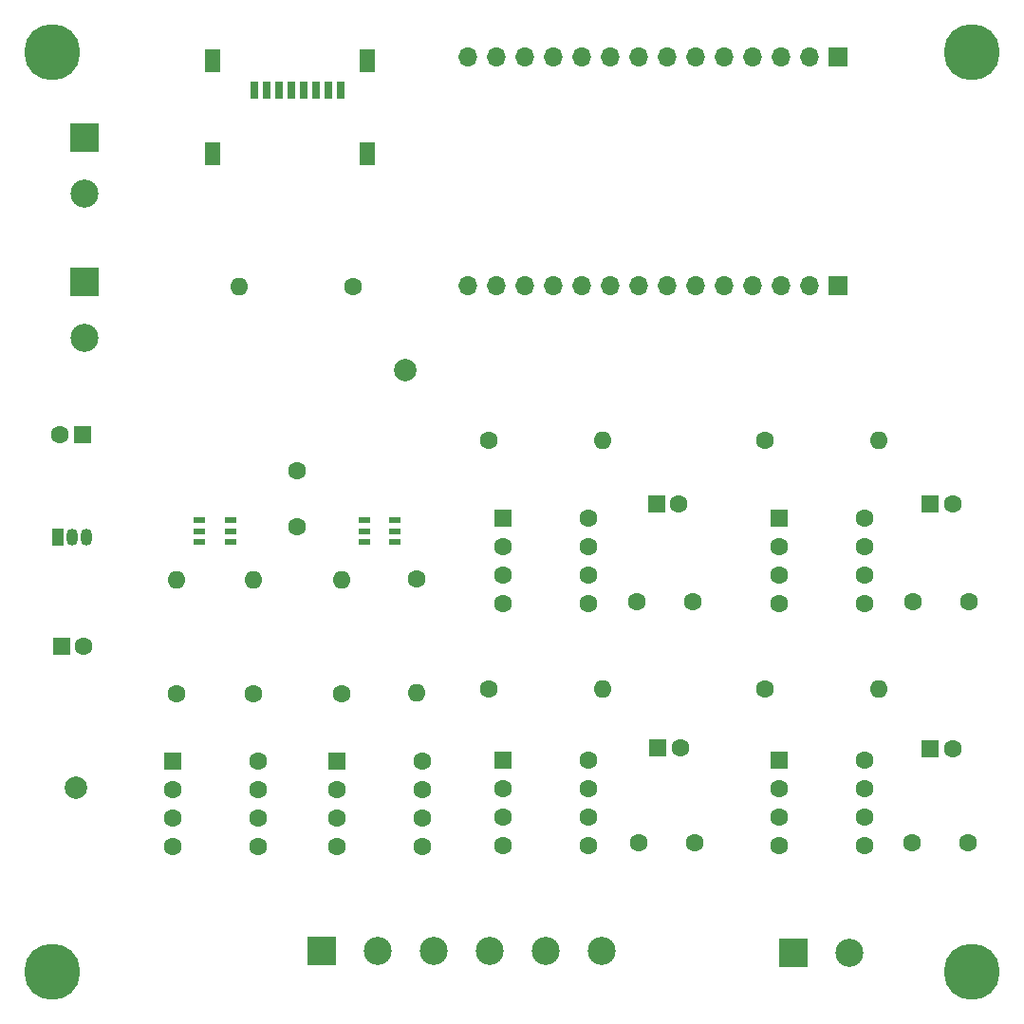
<source format=gbr>
%TF.GenerationSoftware,KiCad,Pcbnew,(5.1.7)-1*%
%TF.CreationDate,2020-12-19T19:15:01-05:00*%
%TF.ProjectId,Radiometer amps r2,52616469-6f6d-4657-9465-7220616d7073,rev?*%
%TF.SameCoordinates,Original*%
%TF.FileFunction,Soldermask,Top*%
%TF.FilePolarity,Negative*%
%FSLAX46Y46*%
G04 Gerber Fmt 4.6, Leading zero omitted, Abs format (unit mm)*
G04 Created by KiCad (PCBNEW (5.1.7)-1) date 2020-12-19 19:15:01*
%MOMM*%
%LPD*%
G01*
G04 APERTURE LIST*
%ADD10C,2.000000*%
%ADD11C,2.500000*%
%ADD12R,2.500000X2.500000*%
%ADD13R,1.450000X2.000000*%
%ADD14R,0.800000X1.500000*%
%ADD15C,1.600000*%
%ADD16R,1.600000X1.600000*%
%ADD17O,1.050000X1.500000*%
%ADD18R,1.050000X1.500000*%
%ADD19R,0.977900X0.558800*%
%ADD20O,1.700000X1.700000*%
%ADD21R,1.700000X1.700000*%
%ADD22O,1.600000X1.600000*%
%ADD23C,5.000000*%
G04 APERTURE END LIST*
D10*
%TO.C,GND_test*%
X-55230000Y200690000D03*
%TD*%
%TO.C,Vref_test*%
X-25800000Y238000000D03*
%TD*%
D11*
%TO.C,J6*%
X-54400000Y253700000D03*
D12*
X-54400000Y258700000D03*
%TD*%
D13*
%TO.C,J7*%
X-29225000Y265550000D03*
X-42975000Y265550000D03*
X-42975000Y257250000D03*
X-29225000Y257250000D03*
D14*
X-31600000Y262950000D03*
X-32700000Y262950000D03*
X-33800000Y262950000D03*
X-34900000Y262950000D03*
X-36000000Y262950000D03*
X-37100000Y262950000D03*
X-38200000Y262950000D03*
X-39300000Y262950000D03*
%TD*%
D12*
%TO.C,J2*%
X8770000Y186010000D03*
D11*
X13770000Y186010000D03*
%TD*%
D15*
%TO.C,A4*%
X-9465000Y224745000D03*
X-9465000Y222205000D03*
X-9465000Y219665000D03*
X-9465000Y217125000D03*
X-17085000Y217125000D03*
X-17085000Y219665000D03*
X-17085000Y222205000D03*
D16*
X-17085000Y224745000D03*
%TD*%
D17*
%TO.C,U1*%
X-55530000Y223100000D03*
X-54260000Y223100000D03*
D18*
X-56800000Y223100000D03*
%TD*%
D19*
%TO.C,U3*%
X-41434750Y224550001D03*
X-41434750Y223600000D03*
X-41434750Y222649999D03*
X-44165250Y222649999D03*
X-44165250Y223600000D03*
X-44165250Y224550001D03*
%TD*%
D20*
%TO.C,J4*%
X-20220000Y265900000D03*
X-17680000Y265900000D03*
X-15140000Y265900000D03*
X-12600000Y265900000D03*
X-10060000Y265900000D03*
X-7520000Y265900000D03*
X-4980000Y265900000D03*
X-2440000Y265900000D03*
X100000Y265900000D03*
X2640000Y265900000D03*
X5180000Y265900000D03*
X7720000Y265900000D03*
X10260000Y265900000D03*
D21*
X12800000Y265900000D03*
%TD*%
D12*
%TO.C,J3*%
X-33300000Y186110000D03*
D11*
X-28300000Y186110000D03*
X-23300000Y186110000D03*
X-18300000Y186110000D03*
X-13300000Y186110000D03*
X-8300000Y186110000D03*
%TD*%
D16*
%TO.C,A3*%
X-17085000Y203155000D03*
D15*
X-17085000Y200615000D03*
X-17085000Y198075000D03*
X-17085000Y195535000D03*
X-9465000Y195535000D03*
X-9465000Y198075000D03*
X-9465000Y200615000D03*
X-9465000Y203155000D03*
%TD*%
%TO.C,A1*%
X15120000Y203155000D03*
X15120000Y200615000D03*
X15120000Y198075000D03*
X15120000Y195535000D03*
X7500000Y195535000D03*
X7500000Y198075000D03*
X7500000Y200615000D03*
D16*
X7500000Y203155000D03*
%TD*%
%TO.C,A2*%
X7500000Y224745000D03*
D15*
X7500000Y222205000D03*
X7500000Y219665000D03*
X7500000Y217125000D03*
X15120000Y217125000D03*
X15120000Y219665000D03*
X15120000Y222205000D03*
X15120000Y224745000D03*
%TD*%
%TO.C,C1*%
X-56600000Y232200000D03*
D16*
X-54600000Y232200000D03*
%TD*%
%TO.C,C2*%
X-56500000Y213300000D03*
D15*
X-54500000Y213300000D03*
%TD*%
D16*
%TO.C,C3*%
X21000000Y204200000D03*
D15*
X23000000Y204200000D03*
%TD*%
%TO.C,C4*%
X23000000Y226000000D03*
D16*
X21000000Y226000000D03*
%TD*%
%TO.C,C5*%
X-3300000Y204300000D03*
D15*
X-1300000Y204300000D03*
%TD*%
%TO.C,C6*%
X-1400000Y226000000D03*
D16*
X-3400000Y226000000D03*
%TD*%
D15*
%TO.C,C7*%
X-35500000Y224000000D03*
X-35500000Y229000000D03*
%TD*%
%TO.C,C9*%
X19400000Y195800000D03*
X24400000Y195800000D03*
%TD*%
%TO.C,C10*%
X24500000Y217300000D03*
X19500000Y217300000D03*
%TD*%
%TO.C,C11*%
X-5000000Y195800000D03*
X0Y195800000D03*
%TD*%
%TO.C,C12*%
X-200000Y217300000D03*
X-5200000Y217300000D03*
%TD*%
D12*
%TO.C,J1*%
X-54400000Y245800000D03*
D11*
X-54400000Y240800000D03*
%TD*%
D21*
%TO.C,J5*%
X12800000Y245500000D03*
D20*
X10260000Y245500000D03*
X7720000Y245500000D03*
X5180000Y245500000D03*
X2640000Y245500000D03*
X100000Y245500000D03*
X-2440000Y245500000D03*
X-4980000Y245500000D03*
X-7520000Y245500000D03*
X-10060000Y245500000D03*
X-12600000Y245500000D03*
X-15140000Y245500000D03*
X-17680000Y245500000D03*
X-20220000Y245500000D03*
%TD*%
D22*
%TO.C,Ra1*%
X-39400000Y219260000D03*
D15*
X-39400000Y209100000D03*
%TD*%
%TO.C,Rb1*%
X-46200000Y209100000D03*
D22*
X-46200000Y219260000D03*
%TD*%
D15*
%TO.C,Rd1*%
X-24800000Y219300000D03*
D22*
X-24800000Y209140000D03*
%TD*%
%TO.C,Rd2*%
X-31500000Y219260000D03*
D15*
X-31500000Y209100000D03*
%TD*%
%TO.C,Rg1*%
X6230000Y209505000D03*
D22*
X16390000Y209505000D03*
%TD*%
D15*
%TO.C,Rg2*%
X6230000Y231730000D03*
D22*
X16390000Y231730000D03*
%TD*%
%TO.C,Rg3*%
X-8195000Y209505000D03*
D15*
X-18355000Y209505000D03*
%TD*%
D22*
%TO.C,Rg4*%
X-8195000Y231730000D03*
D15*
X-18355000Y231730000D03*
%TD*%
D23*
%TO.C,H1*%
X-57300000Y266300000D03*
%TD*%
%TO.C,H2*%
X-57300000Y184300000D03*
%TD*%
%TO.C,H3*%
X24700000Y266300000D03*
%TD*%
%TO.C,H4*%
X24700000Y184300000D03*
%TD*%
D19*
%TO.C,U4*%
X-26734750Y224550001D03*
X-26734750Y223600000D03*
X-26734750Y222649999D03*
X-29465250Y222649999D03*
X-29465250Y223600000D03*
X-29465250Y224550001D03*
%TD*%
D15*
%TO.C,U2-rtd1*%
X-38980000Y203100000D03*
X-38980000Y200560000D03*
X-38980000Y198020000D03*
X-38980000Y195480000D03*
X-46600000Y195480000D03*
X-46600000Y198020000D03*
X-46600000Y200560000D03*
D16*
X-46600000Y203100000D03*
%TD*%
%TO.C,U5-aref1*%
X-31900000Y203100000D03*
D15*
X-31900000Y200560000D03*
X-31900000Y198020000D03*
X-31900000Y195480000D03*
X-24280000Y195480000D03*
X-24280000Y198020000D03*
X-24280000Y200560000D03*
X-24280000Y203100000D03*
%TD*%
%TO.C,R1*%
X-30500000Y245400000D03*
D22*
X-40660000Y245400000D03*
%TD*%
M02*

</source>
